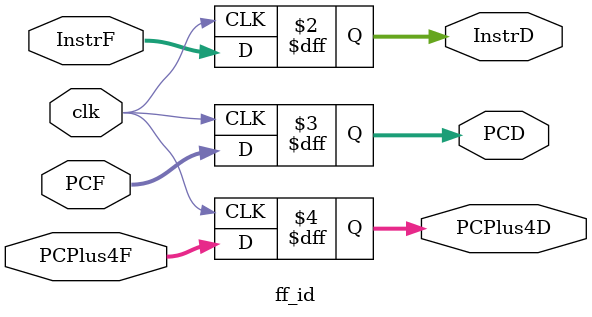
<source format=v>
module ff_id (
    input clk,
    input [31:0] InstrF, PCF, PCPlus4F,
    output reg [31:0] InstrD, PCD, PCPlus4D
);

    always @(posedge clk) begin
        InstrD <= InstrF;
        PCD <= PCF;
        PCPlus4D <= PCPlus4F;
    end


endmodule
</source>
